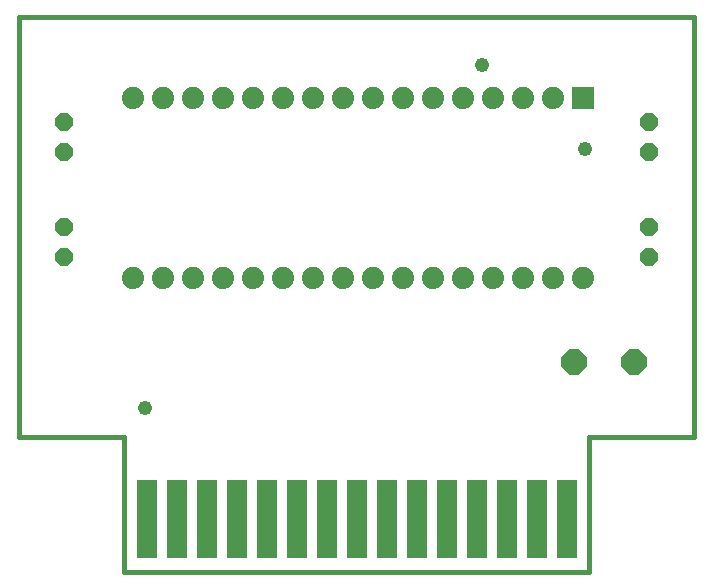
<source format=gts>
G75*
%MOIN*%
%OFA0B0*%
%FSLAX25Y25*%
%IPPOS*%
%LPD*%
%AMOC8*
5,1,8,0,0,1.08239X$1,22.5*
%
%ADD10C,0.01600*%
%ADD11OC8,0.08400*%
%ADD12R,0.07400X0.07400*%
%ADD13C,0.07400*%
%ADD14OC8,0.06000*%
%ADD15R,0.06800X0.26300*%
%ADD16C,0.04800*%
D10*
X0176500Y0046900D02*
X0176500Y0186900D01*
X0401500Y0186900D01*
X0401500Y0046900D01*
X0366500Y0046900D01*
X0366500Y0001900D01*
X0211500Y0001900D01*
X0211500Y0046900D01*
X0176500Y0046900D01*
D11*
X0361500Y0071900D03*
X0381500Y0071900D03*
D12*
X0364500Y0159900D03*
D13*
X0354500Y0159900D03*
X0344500Y0159900D03*
X0334500Y0159900D03*
X0324500Y0159900D03*
X0314500Y0159900D03*
X0304500Y0159900D03*
X0294500Y0159900D03*
X0284500Y0159900D03*
X0274500Y0159900D03*
X0264500Y0159900D03*
X0254500Y0159900D03*
X0244500Y0159900D03*
X0234500Y0159900D03*
X0224500Y0159900D03*
X0214500Y0159900D03*
X0214500Y0099900D03*
X0224500Y0099900D03*
X0234500Y0099900D03*
X0244500Y0099900D03*
X0254500Y0099900D03*
X0264500Y0099900D03*
X0274500Y0099900D03*
X0284500Y0099900D03*
X0294500Y0099900D03*
X0304500Y0099900D03*
X0314500Y0099900D03*
X0324500Y0099900D03*
X0334500Y0099900D03*
X0344500Y0099900D03*
X0354500Y0099900D03*
X0364500Y0099900D03*
D14*
X0386500Y0106900D03*
X0386500Y0116900D03*
X0386500Y0141900D03*
X0386500Y0151900D03*
X0191500Y0151900D03*
X0191500Y0141900D03*
X0191500Y0116900D03*
X0191500Y0106900D03*
D15*
X0219000Y0019400D03*
X0229000Y0019400D03*
X0239000Y0019400D03*
X0249000Y0019400D03*
X0259000Y0019400D03*
X0269000Y0019400D03*
X0279000Y0019400D03*
X0289000Y0019400D03*
X0299000Y0019400D03*
X0309000Y0019400D03*
X0319000Y0019400D03*
X0329000Y0019400D03*
X0339000Y0019400D03*
X0349000Y0019400D03*
X0359000Y0019400D03*
D16*
X0218300Y0056300D03*
X0365000Y0142700D03*
X0330800Y0170600D03*
M02*

</source>
